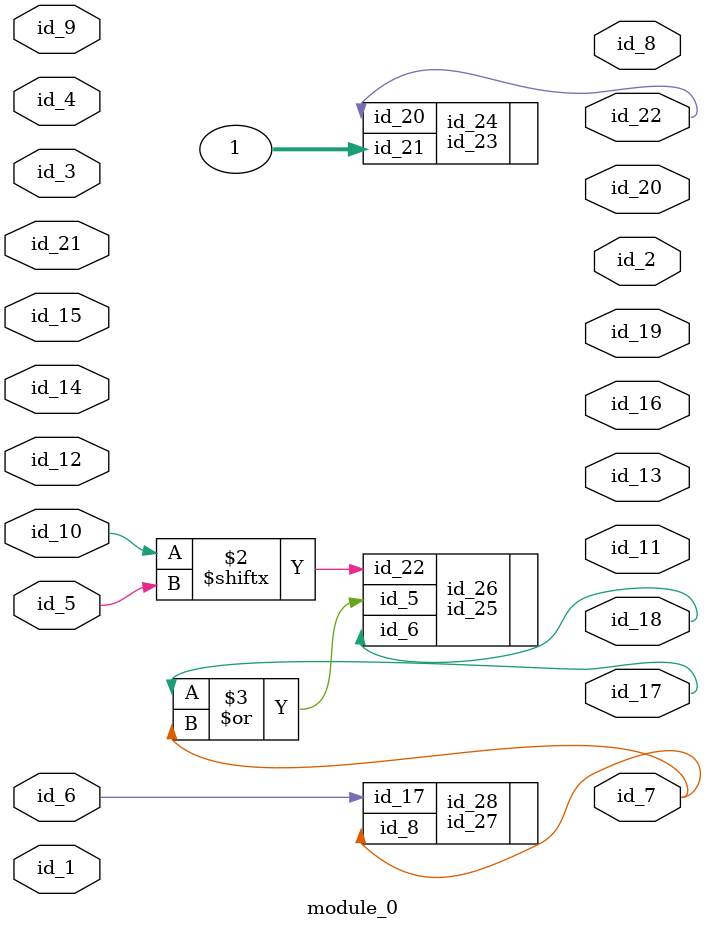
<source format=v>
module module_0 (
    id_1,
    id_2,
    id_3,
    id_4,
    id_5,
    id_6,
    id_7,
    id_8,
    id_9,
    id_10,
    id_11,
    id_12,
    id_13,
    id_14,
    id_15,
    id_16,
    id_17,
    id_18,
    id_19,
    id_20,
    id_21,
    id_22
);
  output id_22;
  input id_21;
  output id_20;
  output id_19;
  output id_18;
  output id_17;
  output id_16;
  input id_15;
  input id_14;
  output id_13;
  input id_12;
  output id_11;
  input id_10;
  input id_9;
  output id_8;
  output id_7;
  input id_6;
  input id_5;
  input id_4;
  input id_3;
  output id_2;
  input id_1;
  id_23 id_24 (
      .id_21(1),
      .id_20(id_22)
  );
  id_25 id_26 (
      .id_22(id_10[id_5]),
      .id_5 (id_17 | id_7),
      .id_6 (id_18)
  );
  id_27 id_28 (
      .id_17(id_6),
      .id_8 (id_7)
  );
endmodule

</source>
